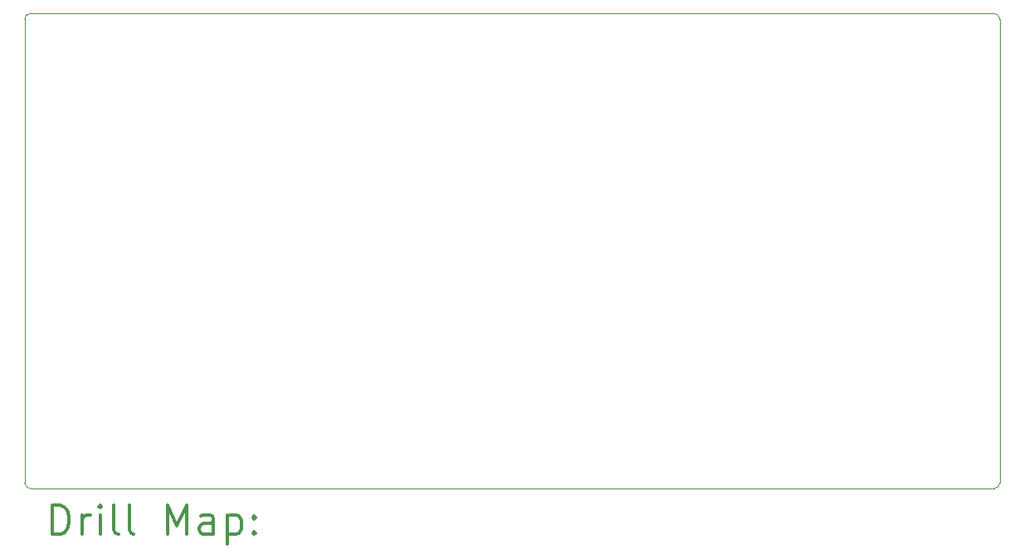
<source format=gbr>
%FSLAX45Y45*%
G04 Gerber Fmt 4.5, Leading zero omitted, Abs format (unit mm)*
G04 Created by KiCad (PCBNEW 5.1.10) date 2021-06-17 09:11:28*
%MOMM*%
%LPD*%
G01*
G04 APERTURE LIST*
%TA.AperFunction,Profile*%
%ADD10C,0.050000*%
%TD*%
%ADD11C,0.200000*%
%ADD12C,0.300000*%
G04 APERTURE END LIST*
D10*
X14590000Y-11520000D02*
G75*
G02*
X14530000Y-11460000I0J60000D01*
G01*
X14530000Y-6730000D02*
G75*
G02*
X14590000Y-6670000I60000J0D01*
G01*
X24420000Y-6670000D02*
G75*
G02*
X24480000Y-6730000I0J-60000D01*
G01*
X24480000Y-11460000D02*
G75*
G02*
X24420000Y-11520000I-60000J0D01*
G01*
X14530000Y-6730000D02*
X14530000Y-11460000D01*
X24420000Y-6670000D02*
X14590000Y-6670000D01*
X24480000Y-11460000D02*
X24480000Y-6730000D01*
X14590000Y-11520000D02*
X24420000Y-11520000D01*
D11*
D12*
X14813928Y-11988214D02*
X14813928Y-11688214D01*
X14885357Y-11688214D01*
X14928214Y-11702500D01*
X14956786Y-11731071D01*
X14971071Y-11759643D01*
X14985357Y-11816786D01*
X14985357Y-11859643D01*
X14971071Y-11916786D01*
X14956786Y-11945357D01*
X14928214Y-11973929D01*
X14885357Y-11988214D01*
X14813928Y-11988214D01*
X15113928Y-11988214D02*
X15113928Y-11788214D01*
X15113928Y-11845357D02*
X15128214Y-11816786D01*
X15142500Y-11802500D01*
X15171071Y-11788214D01*
X15199643Y-11788214D01*
X15299643Y-11988214D02*
X15299643Y-11788214D01*
X15299643Y-11688214D02*
X15285357Y-11702500D01*
X15299643Y-11716786D01*
X15313928Y-11702500D01*
X15299643Y-11688214D01*
X15299643Y-11716786D01*
X15485357Y-11988214D02*
X15456786Y-11973929D01*
X15442500Y-11945357D01*
X15442500Y-11688214D01*
X15642500Y-11988214D02*
X15613928Y-11973929D01*
X15599643Y-11945357D01*
X15599643Y-11688214D01*
X15985357Y-11988214D02*
X15985357Y-11688214D01*
X16085357Y-11902500D01*
X16185357Y-11688214D01*
X16185357Y-11988214D01*
X16456786Y-11988214D02*
X16456786Y-11831071D01*
X16442500Y-11802500D01*
X16413928Y-11788214D01*
X16356786Y-11788214D01*
X16328214Y-11802500D01*
X16456786Y-11973929D02*
X16428214Y-11988214D01*
X16356786Y-11988214D01*
X16328214Y-11973929D01*
X16313928Y-11945357D01*
X16313928Y-11916786D01*
X16328214Y-11888214D01*
X16356786Y-11873929D01*
X16428214Y-11873929D01*
X16456786Y-11859643D01*
X16599643Y-11788214D02*
X16599643Y-12088214D01*
X16599643Y-11802500D02*
X16628214Y-11788214D01*
X16685357Y-11788214D01*
X16713928Y-11802500D01*
X16728214Y-11816786D01*
X16742500Y-11845357D01*
X16742500Y-11931071D01*
X16728214Y-11959643D01*
X16713928Y-11973929D01*
X16685357Y-11988214D01*
X16628214Y-11988214D01*
X16599643Y-11973929D01*
X16871071Y-11959643D02*
X16885357Y-11973929D01*
X16871071Y-11988214D01*
X16856786Y-11973929D01*
X16871071Y-11959643D01*
X16871071Y-11988214D01*
X16871071Y-11802500D02*
X16885357Y-11816786D01*
X16871071Y-11831071D01*
X16856786Y-11816786D01*
X16871071Y-11802500D01*
X16871071Y-11831071D01*
M02*

</source>
